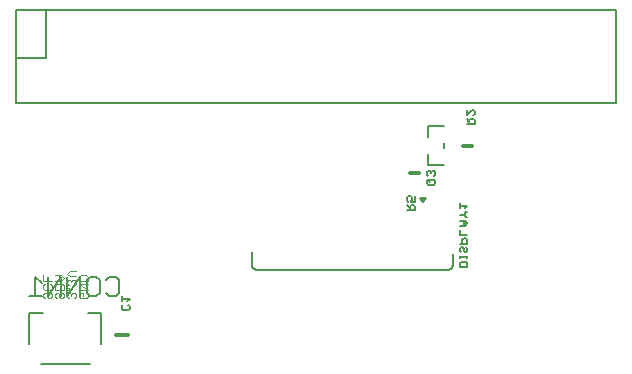
<source format=gbr>
G04 EAGLE Gerber RS-274X export*
G75*
%MOMM*%
%FSLAX34Y34*%
%LPD*%
%INSilkscreen Bottom*%
%IPPOS*%
%AMOC8*
5,1,8,0,0,1.08239X$1,22.5*%
G01*
%ADD10C,0.101600*%
%ADD11C,0.203200*%
%ADD12C,0.152400*%
%ADD13C,0.304800*%
%ADD14C,0.127000*%

G36*
X415689Y140731D02*
X415689Y140731D01*
X415723Y140728D01*
X415799Y140748D01*
X415876Y140760D01*
X415906Y140777D01*
X415940Y140786D01*
X416004Y140831D01*
X416072Y140869D01*
X416098Y140899D01*
X416123Y140916D01*
X416149Y140955D01*
X416198Y141008D01*
X418738Y144818D01*
X418748Y144841D01*
X418762Y144859D01*
X418763Y144861D01*
X418765Y144864D01*
X418793Y144945D01*
X418827Y145024D01*
X418829Y145051D01*
X418837Y145076D01*
X418835Y145162D01*
X418839Y145248D01*
X418831Y145274D01*
X418831Y145301D01*
X418798Y145380D01*
X418773Y145462D01*
X418756Y145484D01*
X418746Y145508D01*
X418688Y145572D01*
X418636Y145640D01*
X418613Y145654D01*
X418595Y145674D01*
X418518Y145713D01*
X418446Y145759D01*
X418419Y145764D01*
X418395Y145777D01*
X418265Y145796D01*
X418226Y145804D01*
X418219Y145803D01*
X418210Y145804D01*
X413130Y145804D01*
X413104Y145800D01*
X413077Y145802D01*
X412994Y145780D01*
X412909Y145765D01*
X412886Y145751D01*
X412860Y145744D01*
X412790Y145694D01*
X412716Y145650D01*
X412699Y145630D01*
X412677Y145614D01*
X412629Y145543D01*
X412575Y145476D01*
X412566Y145451D01*
X412551Y145429D01*
X412530Y145345D01*
X412503Y145264D01*
X412504Y145237D01*
X412497Y145211D01*
X412507Y145125D01*
X412509Y145039D01*
X412519Y145015D01*
X412522Y144988D01*
X412579Y144868D01*
X412594Y144832D01*
X412596Y144829D01*
X412597Y144827D01*
X412600Y144824D01*
X412602Y144818D01*
X415142Y141008D01*
X415196Y140952D01*
X415244Y140890D01*
X415274Y140872D01*
X415298Y140846D01*
X415368Y140813D01*
X415434Y140771D01*
X415469Y140764D01*
X415500Y140749D01*
X415577Y140742D01*
X415654Y140726D01*
X415689Y140731D01*
G37*
D10*
X110326Y64943D02*
X111512Y63757D01*
X111512Y61384D01*
X110326Y60198D01*
X109139Y60198D01*
X107953Y61384D01*
X107953Y63757D01*
X106767Y64943D01*
X105580Y64943D01*
X104394Y63757D01*
X104394Y61384D01*
X105580Y60198D01*
X104394Y67682D02*
X111512Y67682D01*
X104394Y67682D02*
X104394Y71241D01*
X105580Y72428D01*
X110326Y72428D01*
X111512Y71241D01*
X111512Y67682D01*
X109139Y75166D02*
X104394Y75166D01*
X109139Y75166D02*
X111512Y77539D01*
X109139Y79912D01*
X104394Y79912D01*
X107953Y79912D02*
X107953Y75166D01*
X100166Y64943D02*
X101352Y63757D01*
X101352Y61384D01*
X100166Y60198D01*
X98979Y60198D01*
X97793Y61384D01*
X97793Y63757D01*
X96607Y64943D01*
X95420Y64943D01*
X94234Y63757D01*
X94234Y61384D01*
X95420Y60198D01*
X101352Y71241D02*
X100166Y72428D01*
X101352Y71241D02*
X101352Y68869D01*
X100166Y67682D01*
X95420Y67682D01*
X94234Y68869D01*
X94234Y71241D01*
X95420Y72428D01*
X94234Y75166D02*
X101352Y75166D01*
X94234Y75166D02*
X94234Y79912D01*
X130646Y64943D02*
X131832Y63757D01*
X131832Y61384D01*
X130646Y60198D01*
X125900Y60198D01*
X124714Y61384D01*
X124714Y63757D01*
X125900Y64943D01*
X128273Y64943D01*
X128273Y62571D01*
X124714Y67682D02*
X131832Y67682D01*
X124714Y72428D01*
X131832Y72428D01*
X131832Y75166D02*
X124714Y75166D01*
X124714Y78725D01*
X125900Y79912D01*
X130646Y79912D01*
X131832Y78725D01*
X131832Y75166D01*
X121672Y61384D02*
X120486Y60198D01*
X121672Y61384D02*
X121672Y63757D01*
X120486Y64943D01*
X119299Y64943D01*
X118113Y63757D01*
X118113Y62571D01*
X118113Y63757D02*
X116927Y64943D01*
X115740Y64943D01*
X114554Y63757D01*
X114554Y61384D01*
X115740Y60198D01*
X115740Y67682D02*
X114554Y67682D01*
X115740Y67682D02*
X115740Y68869D01*
X114554Y68869D01*
X114554Y67682D01*
X120486Y71424D02*
X121672Y72611D01*
X121672Y74983D01*
X120486Y76170D01*
X119299Y76170D01*
X118113Y74983D01*
X118113Y73797D01*
X118113Y74983D02*
X116927Y76170D01*
X115740Y76170D01*
X114554Y74983D01*
X114554Y72611D01*
X115740Y71424D01*
X116927Y78908D02*
X121672Y78908D01*
X116927Y78908D02*
X114554Y81281D01*
X116927Y83654D01*
X121672Y83654D01*
D11*
X71374Y264160D02*
X71374Y304800D01*
X71374Y264160D02*
X71374Y226060D01*
X579374Y226060D01*
X579374Y304800D02*
X96774Y304800D01*
X71374Y304800D01*
X579374Y304800D02*
X579374Y226060D01*
X96774Y264160D02*
X71374Y264160D01*
X96774Y264160D02*
X96774Y304800D01*
X419996Y206424D02*
X433124Y206424D01*
X419996Y206424D02*
X419996Y196836D01*
X419996Y172976D02*
X433124Y172976D01*
X419996Y172976D02*
X419996Y182564D01*
X433204Y187476D02*
X433204Y192064D01*
D12*
X424742Y156444D02*
X420336Y156444D01*
X424742Y156444D02*
X425844Y157545D01*
X425844Y159749D01*
X424742Y160850D01*
X420336Y160850D01*
X419234Y159749D01*
X419234Y157545D01*
X420336Y156444D01*
X421437Y158647D02*
X419234Y160850D01*
X424742Y163928D02*
X425844Y165029D01*
X425844Y167233D01*
X424742Y168334D01*
X423640Y168334D01*
X422539Y167233D01*
X422539Y166131D01*
X422539Y167233D02*
X421437Y168334D01*
X420336Y168334D01*
X419234Y167233D01*
X419234Y165029D01*
X420336Y163928D01*
D13*
X412350Y166680D02*
X404350Y166680D01*
D12*
X402254Y134694D02*
X408864Y134694D01*
X408864Y137999D01*
X407762Y139100D01*
X405559Y139100D01*
X404457Y137999D01*
X404457Y134694D01*
X404457Y136897D02*
X402254Y139100D01*
X408864Y142178D02*
X408864Y146584D01*
X408864Y142178D02*
X405559Y142178D01*
X406660Y144381D01*
X406660Y145483D01*
X405559Y146584D01*
X403356Y146584D01*
X402254Y145483D01*
X402254Y143279D01*
X403356Y142178D01*
D14*
X440770Y98140D02*
X440770Y88640D01*
X440768Y88514D01*
X440762Y88389D01*
X440752Y88264D01*
X440738Y88139D01*
X440721Y88014D01*
X440699Y87890D01*
X440674Y87767D01*
X440644Y87645D01*
X440611Y87524D01*
X440574Y87404D01*
X440534Y87285D01*
X440489Y87168D01*
X440441Y87051D01*
X440389Y86937D01*
X440334Y86824D01*
X440275Y86713D01*
X440213Y86604D01*
X440147Y86497D01*
X440078Y86392D01*
X440006Y86289D01*
X439931Y86188D01*
X439852Y86090D01*
X439770Y85995D01*
X439686Y85902D01*
X439598Y85812D01*
X439508Y85724D01*
X439415Y85640D01*
X439320Y85558D01*
X439222Y85479D01*
X439121Y85404D01*
X439018Y85332D01*
X438913Y85263D01*
X438806Y85197D01*
X438697Y85135D01*
X438586Y85076D01*
X438473Y85021D01*
X438359Y84969D01*
X438242Y84921D01*
X438125Y84876D01*
X438006Y84836D01*
X437886Y84799D01*
X437765Y84766D01*
X437643Y84736D01*
X437520Y84711D01*
X437396Y84689D01*
X437271Y84672D01*
X437146Y84658D01*
X437021Y84648D01*
X436896Y84642D01*
X436770Y84640D01*
X274770Y84640D01*
X274644Y84642D01*
X274519Y84648D01*
X274394Y84658D01*
X274269Y84672D01*
X274144Y84689D01*
X274020Y84711D01*
X273897Y84736D01*
X273775Y84766D01*
X273654Y84799D01*
X273534Y84836D01*
X273415Y84876D01*
X273298Y84921D01*
X273181Y84969D01*
X273067Y85021D01*
X272954Y85076D01*
X272843Y85135D01*
X272734Y85197D01*
X272627Y85263D01*
X272522Y85332D01*
X272419Y85404D01*
X272318Y85479D01*
X272220Y85558D01*
X272125Y85640D01*
X272032Y85724D01*
X271942Y85812D01*
X271854Y85902D01*
X271770Y85995D01*
X271688Y86090D01*
X271609Y86188D01*
X271534Y86289D01*
X271462Y86392D01*
X271393Y86497D01*
X271327Y86604D01*
X271265Y86713D01*
X271206Y86824D01*
X271151Y86937D01*
X271099Y87051D01*
X271051Y87168D01*
X271006Y87285D01*
X270966Y87404D01*
X270929Y87524D01*
X270896Y87645D01*
X270866Y87767D01*
X270841Y87890D01*
X270819Y88014D01*
X270802Y88139D01*
X270788Y88264D01*
X270778Y88389D01*
X270772Y88514D01*
X270770Y88640D01*
X270770Y99140D01*
D12*
X446802Y86642D02*
X453412Y86642D01*
X446802Y86642D02*
X446802Y89947D01*
X447904Y91048D01*
X452310Y91048D01*
X453412Y89947D01*
X453412Y86642D01*
X446802Y94126D02*
X446802Y96329D01*
X446802Y95228D02*
X453412Y95228D01*
X453412Y96329D02*
X453412Y94126D01*
X453412Y102420D02*
X452310Y103522D01*
X453412Y102420D02*
X453412Y100217D01*
X452310Y99116D01*
X451208Y99116D01*
X450107Y100217D01*
X450107Y102420D01*
X449005Y103522D01*
X447904Y103522D01*
X446802Y102420D01*
X446802Y100217D01*
X447904Y99116D01*
X446802Y106600D02*
X453412Y106600D01*
X453412Y109905D01*
X452310Y111006D01*
X450107Y111006D01*
X449005Y109905D01*
X449005Y106600D01*
X446802Y114084D02*
X453412Y114084D01*
X446802Y114084D02*
X446802Y118490D01*
X446802Y121568D02*
X451208Y121568D01*
X453412Y123771D01*
X451208Y125974D01*
X446802Y125974D01*
X450107Y125974D02*
X450107Y121568D01*
X452310Y129052D02*
X453412Y129052D01*
X452310Y129052D02*
X450107Y131255D01*
X452310Y133459D01*
X453412Y133459D01*
X450107Y131255D02*
X446802Y131255D01*
X451208Y136536D02*
X453412Y138740D01*
X446802Y138740D01*
X446802Y140943D02*
X446802Y136536D01*
D13*
X449390Y189230D02*
X457390Y189230D01*
D12*
X459492Y207772D02*
X452882Y207772D01*
X459492Y207772D02*
X459492Y211077D01*
X458390Y212178D01*
X456187Y212178D01*
X455085Y211077D01*
X455085Y207772D01*
X455085Y209975D02*
X452882Y212178D01*
X452882Y215256D02*
X452882Y219663D01*
X457288Y219663D02*
X452882Y215256D01*
X457288Y219663D02*
X458390Y219663D01*
X459492Y218561D01*
X459492Y216358D01*
X458390Y215256D01*
X143030Y47540D02*
X143030Y21540D01*
X143030Y47540D02*
X132030Y47540D01*
X94030Y47540D02*
X82030Y47540D01*
X82030Y21540D01*
X92030Y4540D02*
X134030Y4540D01*
X147421Y75860D02*
X150133Y78572D01*
X155556Y78572D01*
X158268Y75860D01*
X158268Y65014D01*
X155556Y62302D01*
X150133Y62302D01*
X147421Y65014D01*
X139185Y78572D02*
X133762Y78572D01*
X139185Y78572D02*
X141896Y75860D01*
X141896Y65014D01*
X139185Y62302D01*
X133762Y62302D01*
X131050Y65014D01*
X131050Y75860D01*
X133762Y78572D01*
X125525Y78572D02*
X125525Y62302D01*
X114678Y62302D02*
X125525Y78572D01*
X114678Y78572D02*
X114678Y62302D01*
X109153Y62302D02*
X109153Y78572D01*
X98307Y62302D01*
X98307Y78572D01*
X92782Y73149D02*
X87358Y78572D01*
X87358Y62302D01*
X81935Y62302D02*
X92782Y62302D01*
D13*
X156210Y29210D02*
X166370Y29210D01*
D12*
X167392Y53597D02*
X166290Y54698D01*
X167392Y53597D02*
X167392Y51394D01*
X166290Y50292D01*
X161884Y50292D01*
X160782Y51394D01*
X160782Y53597D01*
X161884Y54698D01*
X165188Y57776D02*
X167392Y59979D01*
X160782Y59979D01*
X160782Y57776D02*
X160782Y62183D01*
M02*

</source>
